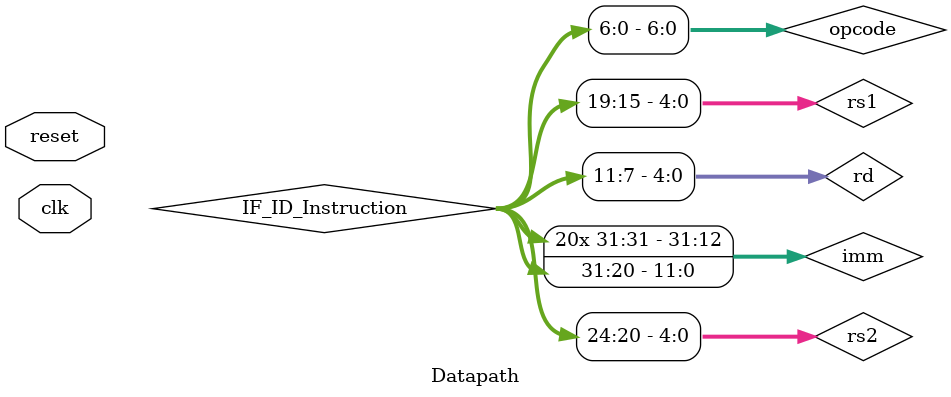
<source format=v>
module Datapath (
    input clk, reset
);
    // === Program Counter ===
    reg [31:0] PC;
    wire [31:0] PC_next;
    wire [31:0] instruction;

    // === IF Stage ===
    InstructionMemory imem(.addr(PC), .instruction(instruction));

    // IF/ID pipeline registers
    reg [31:0] IF_ID_PC, IF_ID_Instruction;

    // === ID Stage ===
    wire [6:0] opcode = IF_ID_Instruction[6:0];
    wire [4:0] rs1 = IF_ID_Instruction[19:15];
    wire [4:0] rs2 = IF_ID_Instruction[24:20];
    wire [4:0] rd  = IF_ID_Instruction[11:7];

    wire [31:0] readData1, readData2;
    wire [31:0] imm = {{20{IF_ID_Instruction[31]}}, IF_ID_Instruction[31:20]}; // I-type

    RegisterFile rf(
        .clk(clk),
        .regWrite(RegWrite_WB),
        .rs1(rs1),
        .rs2(rs2),
        .rd(rd_WB),
        .writeData(writeData_WB),
        .readData1(readData1),
        .readData2(readData2)
    );

    wire Branch, MemRead, MemToReg, MemWrite, ALUSrc, RegWrite;
    wire [1:0] ALUOp;
    ControlUnit cu(
        .opcode(opcode),
        .Branch(Branch),
        .MemRead(MemRead),
        .MemToReg(MemToReg),
        .ALUOp(ALUOp),
        .MemWrite(MemWrite),
        .ALUSrc(ALUSrc),
        .RegWrite(RegWrite)
    );

    // ID/EX pipeline registers
    reg [31:0] ID_EX_PC, ID_EX_ReadData1, ID_EX_ReadData2, ID_EX_Imm;
    reg [4:0] ID_EX_Rs1, ID_EX_Rs2, ID_EX_Rd;
    reg [1:0] ID_EX_ALUOp;
    reg ID_EX_ALUSrc, ID_EX_MemRead, ID_EX_MemWrite, ID_EX_MemToReg, ID_EX_RegWrite;

    // === EX Stage ===
    wire [31:0] ALU_in2 = ID_EX_ALUSrc ? ID_EX_Imm : ID_EX_ReadData2;
    wire [31:0] ALU_result;
    wire ALU_zero;

    wire [3:0] ALU_control;
    assign ALU_control = (ID_EX_ALUOp == 2'b10) ? 4'b0010 : 4'b0000; // Simplified: use add for R-type

    ALU alu(
        .A(ID_EX_ReadData1),
        .B(ALU_in2),
        .ALU_Control(ALU_control),
        .ALU_Result(ALU_result),
        .Zero(ALU_zero)
    );

    // EX/MEM pipeline registers
    reg [31:0] EX_MEM_ALUResult, EX_MEM_WriteData;
    reg [4:0] EX_MEM_Rd;
    reg EX_MEM_MemRead, EX_MEM_MemWrite, EX_MEM_MemToReg, EX_MEM_RegWrite;

    // === MEM Stage ===
    wire [31:0] readData_mem;
    DataMemory dmem(
        .clk(clk),
        .addr(EX_MEM_ALUResult),
        .writeData(EX_MEM_WriteData),
        .memWrite(EX_MEM_MemWrite),
        .memRead(EX_MEM_MemRead),
        .readData(readData_mem)
    );

    // MEM/WB pipeline registers
    reg [31:0] MEM_WB_MemData, MEM_WB_ALUResult;
    reg [4:0] MEM_WB_Rd;
    reg MEM_WB_MemToReg, MEM_WB_RegWrite;

    // === WB Stage ===
    wire [4:0] rd_WB = MEM_WB_Rd;
    wire [31:0] writeData_WB = MEM_WB_MemToReg ? MEM_WB_MemData : MEM_WB_ALUResult;
    wire RegWrite_WB = MEM_WB_RegWrite;

    // === PC Update ===
    assign PC_next = PC + 4;

    // === Pipeline Register Updates ===
    always @(posedge clk or posedge reset) begin
        if (reset) begin
            PC <= 0;
        end else begin
            PC <= PC_next;

            // IF/ID
            IF_ID_PC <= PC;
            IF_ID_Instruction <= instruction;

            // ID/EX
            ID_EX_PC <= IF_ID_PC;
            ID_EX_ReadData1 <= readData1;
            ID_EX_ReadData2 <= readData2;
            ID_EX_Imm <= imm;
            ID_EX_Rs1 <= rs1;
            ID_EX_Rs2 <= rs2;
            ID_EX_Rd <= rd;
            ID_EX_ALUOp <= ALUOp;
            ID_EX_ALUSrc <= ALUSrc;
            ID_EX_MemRead <= MemRead;
            ID_EX_MemWrite <= MemWrite;
            ID_EX_MemToReg <= MemToReg;
            ID_EX_RegWrite <= RegWrite;

            // EX/MEM
            EX_MEM_ALUResult <= ALU_result;
            EX_MEM_WriteData <= ID_EX_ReadData2;
            EX_MEM_Rd <= ID_EX_Rd;
            EX_MEM_MemRead <= ID_EX_MemRead;
            EX_MEM_MemWrite <= ID_EX_MemWrite;
            EX_MEM_MemToReg <= ID_EX_MemToReg;
            EX_MEM_RegWrite <= ID_EX_RegWrite;

            // MEM/WB
            MEM_WB_MemData <= readData_mem;
            MEM_WB_ALUResult <= EX_MEM_ALUResult;
            MEM_WB_Rd <= EX_MEM_Rd;
            MEM_WB_MemToReg <= EX_MEM_MemToReg;
            MEM_WB_RegWrite <= EX_MEM_RegWrite;
        end
    end
endmodule

</source>
